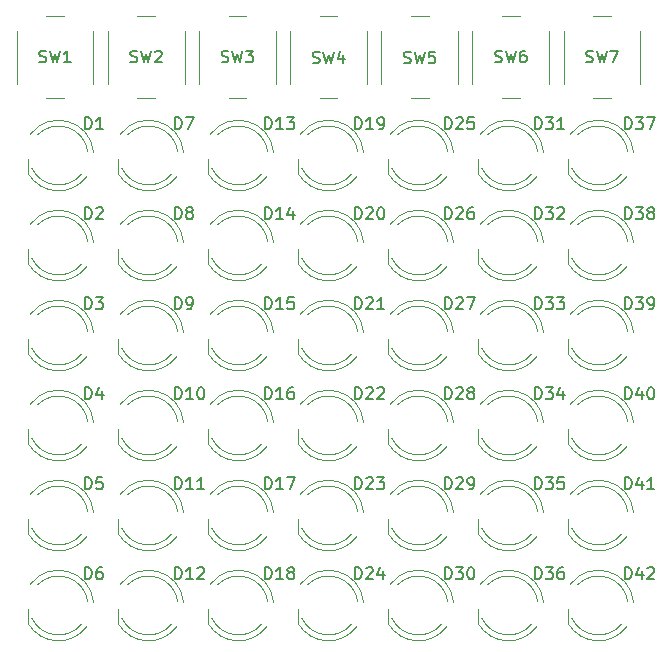
<source format=gbr>
G04 #@! TF.GenerationSoftware,KiCad,Pcbnew,(5.99.0-9618-g5ca7a2c457)*
G04 #@! TF.CreationDate,2021-03-10T22:29:09-05:00*
G04 #@! TF.ProjectId,PCB,5043422e-6b69-4636-9164-5f7063625858,rev?*
G04 #@! TF.SameCoordinates,Original*
G04 #@! TF.FileFunction,Legend,Top*
G04 #@! TF.FilePolarity,Positive*
%FSLAX46Y46*%
G04 Gerber Fmt 4.6, Leading zero omitted, Abs format (unit mm)*
G04 Created by KiCad (PCBNEW (5.99.0-9618-g5ca7a2c457)) date 2021-03-10 22:29:09*
%MOMM*%
%LPD*%
G01*
G04 APERTURE LIST*
%ADD10C,0.150000*%
%ADD11C,0.120000*%
G04 APERTURE END LIST*
D10*
X237716666Y-56844761D02*
X237859523Y-56892380D01*
X238097619Y-56892380D01*
X238192857Y-56844761D01*
X238240476Y-56797142D01*
X238288095Y-56701904D01*
X238288095Y-56606666D01*
X238240476Y-56511428D01*
X238192857Y-56463809D01*
X238097619Y-56416190D01*
X237907142Y-56368571D01*
X237811904Y-56320952D01*
X237764285Y-56273333D01*
X237716666Y-56178095D01*
X237716666Y-56082857D01*
X237764285Y-55987619D01*
X237811904Y-55940000D01*
X237907142Y-55892380D01*
X238145238Y-55892380D01*
X238288095Y-55940000D01*
X238621428Y-55892380D02*
X238859523Y-56892380D01*
X239050000Y-56178095D01*
X239240476Y-56892380D01*
X239478571Y-55892380D01*
X239764285Y-55892380D02*
X240430952Y-55892380D01*
X240002380Y-56892380D01*
X229999996Y-56844761D02*
X230142853Y-56892380D01*
X230380949Y-56892380D01*
X230476187Y-56844761D01*
X230523806Y-56797142D01*
X230571425Y-56701904D01*
X230571425Y-56606666D01*
X230523806Y-56511428D01*
X230476187Y-56463809D01*
X230380949Y-56416190D01*
X230190472Y-56368571D01*
X230095234Y-56320952D01*
X230047615Y-56273333D01*
X229999996Y-56178095D01*
X229999996Y-56082857D01*
X230047615Y-55987619D01*
X230095234Y-55940000D01*
X230190472Y-55892380D01*
X230428568Y-55892380D01*
X230571425Y-55940000D01*
X230904758Y-55892380D02*
X231142853Y-56892380D01*
X231333330Y-56178095D01*
X231523806Y-56892380D01*
X231761901Y-55892380D01*
X232571425Y-55892380D02*
X232380949Y-55892380D01*
X232285710Y-55940000D01*
X232238091Y-55987619D01*
X232142853Y-56130476D01*
X232095234Y-56320952D01*
X232095234Y-56701904D01*
X232142853Y-56797142D01*
X232190472Y-56844761D01*
X232285710Y-56892380D01*
X232476187Y-56892380D01*
X232571425Y-56844761D01*
X232619044Y-56797142D01*
X232666663Y-56701904D01*
X232666663Y-56463809D01*
X232619044Y-56368571D01*
X232571425Y-56320952D01*
X232476187Y-56273333D01*
X232285710Y-56273333D01*
X232190472Y-56320952D01*
X232142853Y-56368571D01*
X232095234Y-56463809D01*
X222283330Y-56919761D02*
X222426187Y-56967380D01*
X222664283Y-56967380D01*
X222759521Y-56919761D01*
X222807140Y-56872142D01*
X222854759Y-56776904D01*
X222854759Y-56681666D01*
X222807140Y-56586428D01*
X222759521Y-56538809D01*
X222664283Y-56491190D01*
X222473806Y-56443571D01*
X222378568Y-56395952D01*
X222330949Y-56348333D01*
X222283330Y-56253095D01*
X222283330Y-56157857D01*
X222330949Y-56062619D01*
X222378568Y-56015000D01*
X222473806Y-55967380D01*
X222711902Y-55967380D01*
X222854759Y-56015000D01*
X223188092Y-55967380D02*
X223426187Y-56967380D01*
X223616664Y-56253095D01*
X223807140Y-56967380D01*
X224045235Y-55967380D01*
X224902378Y-55967380D02*
X224426187Y-55967380D01*
X224378568Y-56443571D01*
X224426187Y-56395952D01*
X224521425Y-56348333D01*
X224759521Y-56348333D01*
X224854759Y-56395952D01*
X224902378Y-56443571D01*
X224949997Y-56538809D01*
X224949997Y-56776904D01*
X224902378Y-56872142D01*
X224854759Y-56919761D01*
X224759521Y-56967380D01*
X224521425Y-56967380D01*
X224426187Y-56919761D01*
X224378568Y-56872142D01*
X214566664Y-56919761D02*
X214709521Y-56967380D01*
X214947617Y-56967380D01*
X215042855Y-56919761D01*
X215090474Y-56872142D01*
X215138093Y-56776904D01*
X215138093Y-56681666D01*
X215090474Y-56586428D01*
X215042855Y-56538809D01*
X214947617Y-56491190D01*
X214757140Y-56443571D01*
X214661902Y-56395952D01*
X214614283Y-56348333D01*
X214566664Y-56253095D01*
X214566664Y-56157857D01*
X214614283Y-56062619D01*
X214661902Y-56015000D01*
X214757140Y-55967380D01*
X214995236Y-55967380D01*
X215138093Y-56015000D01*
X215471426Y-55967380D02*
X215709521Y-56967380D01*
X215899998Y-56253095D01*
X216090474Y-56967380D01*
X216328569Y-55967380D01*
X217138093Y-56300714D02*
X217138093Y-56967380D01*
X216899998Y-55919761D02*
X216661902Y-56634047D01*
X217280950Y-56634047D01*
X206849998Y-56844761D02*
X206992855Y-56892380D01*
X207230951Y-56892380D01*
X207326189Y-56844761D01*
X207373808Y-56797142D01*
X207421427Y-56701904D01*
X207421427Y-56606666D01*
X207373808Y-56511428D01*
X207326189Y-56463809D01*
X207230951Y-56416190D01*
X207040474Y-56368571D01*
X206945236Y-56320952D01*
X206897617Y-56273333D01*
X206849998Y-56178095D01*
X206849998Y-56082857D01*
X206897617Y-55987619D01*
X206945236Y-55940000D01*
X207040474Y-55892380D01*
X207278570Y-55892380D01*
X207421427Y-55940000D01*
X207754760Y-55892380D02*
X207992855Y-56892380D01*
X208183332Y-56178095D01*
X208373808Y-56892380D01*
X208611903Y-55892380D01*
X208897617Y-55892380D02*
X209516665Y-55892380D01*
X209183332Y-56273333D01*
X209326189Y-56273333D01*
X209421427Y-56320952D01*
X209469046Y-56368571D01*
X209516665Y-56463809D01*
X209516665Y-56701904D01*
X209469046Y-56797142D01*
X209421427Y-56844761D01*
X209326189Y-56892380D01*
X209040474Y-56892380D01*
X208945236Y-56844761D01*
X208897617Y-56797142D01*
X199133332Y-56844761D02*
X199276189Y-56892380D01*
X199514285Y-56892380D01*
X199609523Y-56844761D01*
X199657142Y-56797142D01*
X199704761Y-56701904D01*
X199704761Y-56606666D01*
X199657142Y-56511428D01*
X199609523Y-56463809D01*
X199514285Y-56416190D01*
X199323808Y-56368571D01*
X199228570Y-56320952D01*
X199180951Y-56273333D01*
X199133332Y-56178095D01*
X199133332Y-56082857D01*
X199180951Y-55987619D01*
X199228570Y-55940000D01*
X199323808Y-55892380D01*
X199561904Y-55892380D01*
X199704761Y-55940000D01*
X200038094Y-55892380D02*
X200276189Y-56892380D01*
X200466666Y-56178095D01*
X200657142Y-56892380D01*
X200895237Y-55892380D01*
X201228570Y-55987619D02*
X201276189Y-55940000D01*
X201371427Y-55892380D01*
X201609523Y-55892380D01*
X201704761Y-55940000D01*
X201752380Y-55987619D01*
X201799999Y-56082857D01*
X201799999Y-56178095D01*
X201752380Y-56320952D01*
X201180951Y-56892380D01*
X201799999Y-56892380D01*
X191416666Y-56844761D02*
X191559523Y-56892380D01*
X191797619Y-56892380D01*
X191892857Y-56844761D01*
X191940476Y-56797142D01*
X191988095Y-56701904D01*
X191988095Y-56606666D01*
X191940476Y-56511428D01*
X191892857Y-56463809D01*
X191797619Y-56416190D01*
X191607142Y-56368571D01*
X191511904Y-56320952D01*
X191464285Y-56273333D01*
X191416666Y-56178095D01*
X191416666Y-56082857D01*
X191464285Y-55987619D01*
X191511904Y-55940000D01*
X191607142Y-55892380D01*
X191845238Y-55892380D01*
X191988095Y-55940000D01*
X192321428Y-55892380D02*
X192559523Y-56892380D01*
X192750000Y-56178095D01*
X192940476Y-56892380D01*
X193178571Y-55892380D01*
X194083333Y-56892380D02*
X193511904Y-56892380D01*
X193797619Y-56892380D02*
X193797619Y-55892380D01*
X193702380Y-56035238D01*
X193607142Y-56130476D01*
X193511904Y-56178095D01*
X210520595Y-100632380D02*
X210520595Y-99632380D01*
X210758690Y-99632380D01*
X210901547Y-99680000D01*
X210996785Y-99775238D01*
X211044404Y-99870476D01*
X211092023Y-100060952D01*
X211092023Y-100203809D01*
X211044404Y-100394285D01*
X210996785Y-100489523D01*
X210901547Y-100584761D01*
X210758690Y-100632380D01*
X210520595Y-100632380D01*
X212044404Y-100632380D02*
X211472976Y-100632380D01*
X211758690Y-100632380D02*
X211758690Y-99632380D01*
X211663452Y-99775238D01*
X211568214Y-99870476D01*
X211472976Y-99918095D01*
X212615833Y-100060952D02*
X212520595Y-100013333D01*
X212472976Y-99965714D01*
X212425357Y-99870476D01*
X212425357Y-99822857D01*
X212472976Y-99727619D01*
X212520595Y-99680000D01*
X212615833Y-99632380D01*
X212806309Y-99632380D01*
X212901547Y-99680000D01*
X212949166Y-99727619D01*
X212996785Y-99822857D01*
X212996785Y-99870476D01*
X212949166Y-99965714D01*
X212901547Y-100013333D01*
X212806309Y-100060952D01*
X212615833Y-100060952D01*
X212520595Y-100108571D01*
X212472976Y-100156190D01*
X212425357Y-100251428D01*
X212425357Y-100441904D01*
X212472976Y-100537142D01*
X212520595Y-100584761D01*
X212615833Y-100632380D01*
X212806309Y-100632380D01*
X212901547Y-100584761D01*
X212949166Y-100537142D01*
X212996785Y-100441904D01*
X212996785Y-100251428D01*
X212949166Y-100156190D01*
X212901547Y-100108571D01*
X212806309Y-100060952D01*
X241000595Y-100632380D02*
X241000595Y-99632380D01*
X241238690Y-99632380D01*
X241381547Y-99680000D01*
X241476785Y-99775238D01*
X241524404Y-99870476D01*
X241572023Y-100060952D01*
X241572023Y-100203809D01*
X241524404Y-100394285D01*
X241476785Y-100489523D01*
X241381547Y-100584761D01*
X241238690Y-100632380D01*
X241000595Y-100632380D01*
X242429166Y-99965714D02*
X242429166Y-100632380D01*
X242191071Y-99584761D02*
X241952976Y-100299047D01*
X242572023Y-100299047D01*
X242905357Y-99727619D02*
X242952976Y-99680000D01*
X243048214Y-99632380D01*
X243286309Y-99632380D01*
X243381547Y-99680000D01*
X243429166Y-99727619D01*
X243476785Y-99822857D01*
X243476785Y-99918095D01*
X243429166Y-100060952D01*
X242857738Y-100632380D01*
X243476785Y-100632380D01*
X233380595Y-100632380D02*
X233380595Y-99632380D01*
X233618690Y-99632380D01*
X233761547Y-99680000D01*
X233856785Y-99775238D01*
X233904404Y-99870476D01*
X233952023Y-100060952D01*
X233952023Y-100203809D01*
X233904404Y-100394285D01*
X233856785Y-100489523D01*
X233761547Y-100584761D01*
X233618690Y-100632380D01*
X233380595Y-100632380D01*
X234285357Y-99632380D02*
X234904404Y-99632380D01*
X234571071Y-100013333D01*
X234713928Y-100013333D01*
X234809166Y-100060952D01*
X234856785Y-100108571D01*
X234904404Y-100203809D01*
X234904404Y-100441904D01*
X234856785Y-100537142D01*
X234809166Y-100584761D01*
X234713928Y-100632380D01*
X234428214Y-100632380D01*
X234332976Y-100584761D01*
X234285357Y-100537142D01*
X235761547Y-99632380D02*
X235571071Y-99632380D01*
X235475833Y-99680000D01*
X235428214Y-99727619D01*
X235332976Y-99870476D01*
X235285357Y-100060952D01*
X235285357Y-100441904D01*
X235332976Y-100537142D01*
X235380595Y-100584761D01*
X235475833Y-100632380D01*
X235666309Y-100632380D01*
X235761547Y-100584761D01*
X235809166Y-100537142D01*
X235856785Y-100441904D01*
X235856785Y-100203809D01*
X235809166Y-100108571D01*
X235761547Y-100060952D01*
X235666309Y-100013333D01*
X235475833Y-100013333D01*
X235380595Y-100060952D01*
X235332976Y-100108571D01*
X235285357Y-100203809D01*
X225760595Y-100632380D02*
X225760595Y-99632380D01*
X225998690Y-99632380D01*
X226141547Y-99680000D01*
X226236785Y-99775238D01*
X226284404Y-99870476D01*
X226332023Y-100060952D01*
X226332023Y-100203809D01*
X226284404Y-100394285D01*
X226236785Y-100489523D01*
X226141547Y-100584761D01*
X225998690Y-100632380D01*
X225760595Y-100632380D01*
X226665357Y-99632380D02*
X227284404Y-99632380D01*
X226951071Y-100013333D01*
X227093928Y-100013333D01*
X227189166Y-100060952D01*
X227236785Y-100108571D01*
X227284404Y-100203809D01*
X227284404Y-100441904D01*
X227236785Y-100537142D01*
X227189166Y-100584761D01*
X227093928Y-100632380D01*
X226808214Y-100632380D01*
X226712976Y-100584761D01*
X226665357Y-100537142D01*
X227903452Y-99632380D02*
X227998690Y-99632380D01*
X228093928Y-99680000D01*
X228141547Y-99727619D01*
X228189166Y-99822857D01*
X228236785Y-100013333D01*
X228236785Y-100251428D01*
X228189166Y-100441904D01*
X228141547Y-100537142D01*
X228093928Y-100584761D01*
X227998690Y-100632380D01*
X227903452Y-100632380D01*
X227808214Y-100584761D01*
X227760595Y-100537142D01*
X227712976Y-100441904D01*
X227665357Y-100251428D01*
X227665357Y-100013333D01*
X227712976Y-99822857D01*
X227760595Y-99727619D01*
X227808214Y-99680000D01*
X227903452Y-99632380D01*
X218140595Y-100632380D02*
X218140595Y-99632380D01*
X218378690Y-99632380D01*
X218521547Y-99680000D01*
X218616785Y-99775238D01*
X218664404Y-99870476D01*
X218712023Y-100060952D01*
X218712023Y-100203809D01*
X218664404Y-100394285D01*
X218616785Y-100489523D01*
X218521547Y-100584761D01*
X218378690Y-100632380D01*
X218140595Y-100632380D01*
X219092976Y-99727619D02*
X219140595Y-99680000D01*
X219235833Y-99632380D01*
X219473928Y-99632380D01*
X219569166Y-99680000D01*
X219616785Y-99727619D01*
X219664404Y-99822857D01*
X219664404Y-99918095D01*
X219616785Y-100060952D01*
X219045357Y-100632380D01*
X219664404Y-100632380D01*
X220521547Y-99965714D02*
X220521547Y-100632380D01*
X220283452Y-99584761D02*
X220045357Y-100299047D01*
X220664404Y-100299047D01*
X202900595Y-100632380D02*
X202900595Y-99632380D01*
X203138690Y-99632380D01*
X203281547Y-99680000D01*
X203376785Y-99775238D01*
X203424404Y-99870476D01*
X203472023Y-100060952D01*
X203472023Y-100203809D01*
X203424404Y-100394285D01*
X203376785Y-100489523D01*
X203281547Y-100584761D01*
X203138690Y-100632380D01*
X202900595Y-100632380D01*
X204424404Y-100632380D02*
X203852976Y-100632380D01*
X204138690Y-100632380D02*
X204138690Y-99632380D01*
X204043452Y-99775238D01*
X203948214Y-99870476D01*
X203852976Y-99918095D01*
X204805357Y-99727619D02*
X204852976Y-99680000D01*
X204948214Y-99632380D01*
X205186309Y-99632380D01*
X205281547Y-99680000D01*
X205329166Y-99727619D01*
X205376785Y-99822857D01*
X205376785Y-99918095D01*
X205329166Y-100060952D01*
X204757738Y-100632380D01*
X205376785Y-100632380D01*
X195280595Y-100632380D02*
X195280595Y-99632380D01*
X195518690Y-99632380D01*
X195661547Y-99680000D01*
X195756785Y-99775238D01*
X195804404Y-99870476D01*
X195852023Y-100060952D01*
X195852023Y-100203809D01*
X195804404Y-100394285D01*
X195756785Y-100489523D01*
X195661547Y-100584761D01*
X195518690Y-100632380D01*
X195280595Y-100632380D01*
X196709166Y-99632380D02*
X196518690Y-99632380D01*
X196423452Y-99680000D01*
X196375833Y-99727619D01*
X196280595Y-99870476D01*
X196232976Y-100060952D01*
X196232976Y-100441904D01*
X196280595Y-100537142D01*
X196328214Y-100584761D01*
X196423452Y-100632380D01*
X196613928Y-100632380D01*
X196709166Y-100584761D01*
X196756785Y-100537142D01*
X196804404Y-100441904D01*
X196804404Y-100203809D01*
X196756785Y-100108571D01*
X196709166Y-100060952D01*
X196613928Y-100013333D01*
X196423452Y-100013333D01*
X196328214Y-100060952D01*
X196280595Y-100108571D01*
X196232976Y-100203809D01*
X241000595Y-93012380D02*
X241000595Y-92012380D01*
X241238690Y-92012380D01*
X241381547Y-92060000D01*
X241476785Y-92155238D01*
X241524404Y-92250476D01*
X241572023Y-92440952D01*
X241572023Y-92583809D01*
X241524404Y-92774285D01*
X241476785Y-92869523D01*
X241381547Y-92964761D01*
X241238690Y-93012380D01*
X241000595Y-93012380D01*
X242429166Y-92345714D02*
X242429166Y-93012380D01*
X242191071Y-91964761D02*
X241952976Y-92679047D01*
X242572023Y-92679047D01*
X243476785Y-93012380D02*
X242905357Y-93012380D01*
X243191071Y-93012380D02*
X243191071Y-92012380D01*
X243095833Y-92155238D01*
X243000595Y-92250476D01*
X242905357Y-92298095D01*
X233380595Y-93012380D02*
X233380595Y-92012380D01*
X233618690Y-92012380D01*
X233761547Y-92060000D01*
X233856785Y-92155238D01*
X233904404Y-92250476D01*
X233952023Y-92440952D01*
X233952023Y-92583809D01*
X233904404Y-92774285D01*
X233856785Y-92869523D01*
X233761547Y-92964761D01*
X233618690Y-93012380D01*
X233380595Y-93012380D01*
X234285357Y-92012380D02*
X234904404Y-92012380D01*
X234571071Y-92393333D01*
X234713928Y-92393333D01*
X234809166Y-92440952D01*
X234856785Y-92488571D01*
X234904404Y-92583809D01*
X234904404Y-92821904D01*
X234856785Y-92917142D01*
X234809166Y-92964761D01*
X234713928Y-93012380D01*
X234428214Y-93012380D01*
X234332976Y-92964761D01*
X234285357Y-92917142D01*
X235809166Y-92012380D02*
X235332976Y-92012380D01*
X235285357Y-92488571D01*
X235332976Y-92440952D01*
X235428214Y-92393333D01*
X235666309Y-92393333D01*
X235761547Y-92440952D01*
X235809166Y-92488571D01*
X235856785Y-92583809D01*
X235856785Y-92821904D01*
X235809166Y-92917142D01*
X235761547Y-92964761D01*
X235666309Y-93012380D01*
X235428214Y-93012380D01*
X235332976Y-92964761D01*
X235285357Y-92917142D01*
X225760595Y-93012380D02*
X225760595Y-92012380D01*
X225998690Y-92012380D01*
X226141547Y-92060000D01*
X226236785Y-92155238D01*
X226284404Y-92250476D01*
X226332023Y-92440952D01*
X226332023Y-92583809D01*
X226284404Y-92774285D01*
X226236785Y-92869523D01*
X226141547Y-92964761D01*
X225998690Y-93012380D01*
X225760595Y-93012380D01*
X226712976Y-92107619D02*
X226760595Y-92060000D01*
X226855833Y-92012380D01*
X227093928Y-92012380D01*
X227189166Y-92060000D01*
X227236785Y-92107619D01*
X227284404Y-92202857D01*
X227284404Y-92298095D01*
X227236785Y-92440952D01*
X226665357Y-93012380D01*
X227284404Y-93012380D01*
X227760595Y-93012380D02*
X227951071Y-93012380D01*
X228046309Y-92964761D01*
X228093928Y-92917142D01*
X228189166Y-92774285D01*
X228236785Y-92583809D01*
X228236785Y-92202857D01*
X228189166Y-92107619D01*
X228141547Y-92060000D01*
X228046309Y-92012380D01*
X227855833Y-92012380D01*
X227760595Y-92060000D01*
X227712976Y-92107619D01*
X227665357Y-92202857D01*
X227665357Y-92440952D01*
X227712976Y-92536190D01*
X227760595Y-92583809D01*
X227855833Y-92631428D01*
X228046309Y-92631428D01*
X228141547Y-92583809D01*
X228189166Y-92536190D01*
X228236785Y-92440952D01*
X218140595Y-93012380D02*
X218140595Y-92012380D01*
X218378690Y-92012380D01*
X218521547Y-92060000D01*
X218616785Y-92155238D01*
X218664404Y-92250476D01*
X218712023Y-92440952D01*
X218712023Y-92583809D01*
X218664404Y-92774285D01*
X218616785Y-92869523D01*
X218521547Y-92964761D01*
X218378690Y-93012380D01*
X218140595Y-93012380D01*
X219092976Y-92107619D02*
X219140595Y-92060000D01*
X219235833Y-92012380D01*
X219473928Y-92012380D01*
X219569166Y-92060000D01*
X219616785Y-92107619D01*
X219664404Y-92202857D01*
X219664404Y-92298095D01*
X219616785Y-92440952D01*
X219045357Y-93012380D01*
X219664404Y-93012380D01*
X219997738Y-92012380D02*
X220616785Y-92012380D01*
X220283452Y-92393333D01*
X220426309Y-92393333D01*
X220521547Y-92440952D01*
X220569166Y-92488571D01*
X220616785Y-92583809D01*
X220616785Y-92821904D01*
X220569166Y-92917142D01*
X220521547Y-92964761D01*
X220426309Y-93012380D01*
X220140595Y-93012380D01*
X220045357Y-92964761D01*
X219997738Y-92917142D01*
X210520595Y-93012380D02*
X210520595Y-92012380D01*
X210758690Y-92012380D01*
X210901547Y-92060000D01*
X210996785Y-92155238D01*
X211044404Y-92250476D01*
X211092023Y-92440952D01*
X211092023Y-92583809D01*
X211044404Y-92774285D01*
X210996785Y-92869523D01*
X210901547Y-92964761D01*
X210758690Y-93012380D01*
X210520595Y-93012380D01*
X212044404Y-93012380D02*
X211472976Y-93012380D01*
X211758690Y-93012380D02*
X211758690Y-92012380D01*
X211663452Y-92155238D01*
X211568214Y-92250476D01*
X211472976Y-92298095D01*
X212377738Y-92012380D02*
X213044404Y-92012380D01*
X212615833Y-93012380D01*
X202900595Y-93012380D02*
X202900595Y-92012380D01*
X203138690Y-92012380D01*
X203281547Y-92060000D01*
X203376785Y-92155238D01*
X203424404Y-92250476D01*
X203472023Y-92440952D01*
X203472023Y-92583809D01*
X203424404Y-92774285D01*
X203376785Y-92869523D01*
X203281547Y-92964761D01*
X203138690Y-93012380D01*
X202900595Y-93012380D01*
X204424404Y-93012380D02*
X203852976Y-93012380D01*
X204138690Y-93012380D02*
X204138690Y-92012380D01*
X204043452Y-92155238D01*
X203948214Y-92250476D01*
X203852976Y-92298095D01*
X205376785Y-93012380D02*
X204805357Y-93012380D01*
X205091071Y-93012380D02*
X205091071Y-92012380D01*
X204995833Y-92155238D01*
X204900595Y-92250476D01*
X204805357Y-92298095D01*
X195280595Y-93012380D02*
X195280595Y-92012380D01*
X195518690Y-92012380D01*
X195661547Y-92060000D01*
X195756785Y-92155238D01*
X195804404Y-92250476D01*
X195852023Y-92440952D01*
X195852023Y-92583809D01*
X195804404Y-92774285D01*
X195756785Y-92869523D01*
X195661547Y-92964761D01*
X195518690Y-93012380D01*
X195280595Y-93012380D01*
X196756785Y-92012380D02*
X196280595Y-92012380D01*
X196232976Y-92488571D01*
X196280595Y-92440952D01*
X196375833Y-92393333D01*
X196613928Y-92393333D01*
X196709166Y-92440952D01*
X196756785Y-92488571D01*
X196804404Y-92583809D01*
X196804404Y-92821904D01*
X196756785Y-92917142D01*
X196709166Y-92964761D01*
X196613928Y-93012380D01*
X196375833Y-93012380D01*
X196280595Y-92964761D01*
X196232976Y-92917142D01*
X241000595Y-85392380D02*
X241000595Y-84392380D01*
X241238690Y-84392380D01*
X241381547Y-84440000D01*
X241476785Y-84535238D01*
X241524404Y-84630476D01*
X241572023Y-84820952D01*
X241572023Y-84963809D01*
X241524404Y-85154285D01*
X241476785Y-85249523D01*
X241381547Y-85344761D01*
X241238690Y-85392380D01*
X241000595Y-85392380D01*
X242429166Y-84725714D02*
X242429166Y-85392380D01*
X242191071Y-84344761D02*
X241952976Y-85059047D01*
X242572023Y-85059047D01*
X243143452Y-84392380D02*
X243238690Y-84392380D01*
X243333928Y-84440000D01*
X243381547Y-84487619D01*
X243429166Y-84582857D01*
X243476785Y-84773333D01*
X243476785Y-85011428D01*
X243429166Y-85201904D01*
X243381547Y-85297142D01*
X243333928Y-85344761D01*
X243238690Y-85392380D01*
X243143452Y-85392380D01*
X243048214Y-85344761D01*
X243000595Y-85297142D01*
X242952976Y-85201904D01*
X242905357Y-85011428D01*
X242905357Y-84773333D01*
X242952976Y-84582857D01*
X243000595Y-84487619D01*
X243048214Y-84440000D01*
X243143452Y-84392380D01*
X233380595Y-85392380D02*
X233380595Y-84392380D01*
X233618690Y-84392380D01*
X233761547Y-84440000D01*
X233856785Y-84535238D01*
X233904404Y-84630476D01*
X233952023Y-84820952D01*
X233952023Y-84963809D01*
X233904404Y-85154285D01*
X233856785Y-85249523D01*
X233761547Y-85344761D01*
X233618690Y-85392380D01*
X233380595Y-85392380D01*
X234285357Y-84392380D02*
X234904404Y-84392380D01*
X234571071Y-84773333D01*
X234713928Y-84773333D01*
X234809166Y-84820952D01*
X234856785Y-84868571D01*
X234904404Y-84963809D01*
X234904404Y-85201904D01*
X234856785Y-85297142D01*
X234809166Y-85344761D01*
X234713928Y-85392380D01*
X234428214Y-85392380D01*
X234332976Y-85344761D01*
X234285357Y-85297142D01*
X235761547Y-84725714D02*
X235761547Y-85392380D01*
X235523452Y-84344761D02*
X235285357Y-85059047D01*
X235904404Y-85059047D01*
X225760595Y-85392380D02*
X225760595Y-84392380D01*
X225998690Y-84392380D01*
X226141547Y-84440000D01*
X226236785Y-84535238D01*
X226284404Y-84630476D01*
X226332023Y-84820952D01*
X226332023Y-84963809D01*
X226284404Y-85154285D01*
X226236785Y-85249523D01*
X226141547Y-85344761D01*
X225998690Y-85392380D01*
X225760595Y-85392380D01*
X226712976Y-84487619D02*
X226760595Y-84440000D01*
X226855833Y-84392380D01*
X227093928Y-84392380D01*
X227189166Y-84440000D01*
X227236785Y-84487619D01*
X227284404Y-84582857D01*
X227284404Y-84678095D01*
X227236785Y-84820952D01*
X226665357Y-85392380D01*
X227284404Y-85392380D01*
X227855833Y-84820952D02*
X227760595Y-84773333D01*
X227712976Y-84725714D01*
X227665357Y-84630476D01*
X227665357Y-84582857D01*
X227712976Y-84487619D01*
X227760595Y-84440000D01*
X227855833Y-84392380D01*
X228046309Y-84392380D01*
X228141547Y-84440000D01*
X228189166Y-84487619D01*
X228236785Y-84582857D01*
X228236785Y-84630476D01*
X228189166Y-84725714D01*
X228141547Y-84773333D01*
X228046309Y-84820952D01*
X227855833Y-84820952D01*
X227760595Y-84868571D01*
X227712976Y-84916190D01*
X227665357Y-85011428D01*
X227665357Y-85201904D01*
X227712976Y-85297142D01*
X227760595Y-85344761D01*
X227855833Y-85392380D01*
X228046309Y-85392380D01*
X228141547Y-85344761D01*
X228189166Y-85297142D01*
X228236785Y-85201904D01*
X228236785Y-85011428D01*
X228189166Y-84916190D01*
X228141547Y-84868571D01*
X228046309Y-84820952D01*
X218140595Y-85392380D02*
X218140595Y-84392380D01*
X218378690Y-84392380D01*
X218521547Y-84440000D01*
X218616785Y-84535238D01*
X218664404Y-84630476D01*
X218712023Y-84820952D01*
X218712023Y-84963809D01*
X218664404Y-85154285D01*
X218616785Y-85249523D01*
X218521547Y-85344761D01*
X218378690Y-85392380D01*
X218140595Y-85392380D01*
X219092976Y-84487619D02*
X219140595Y-84440000D01*
X219235833Y-84392380D01*
X219473928Y-84392380D01*
X219569166Y-84440000D01*
X219616785Y-84487619D01*
X219664404Y-84582857D01*
X219664404Y-84678095D01*
X219616785Y-84820952D01*
X219045357Y-85392380D01*
X219664404Y-85392380D01*
X220045357Y-84487619D02*
X220092976Y-84440000D01*
X220188214Y-84392380D01*
X220426309Y-84392380D01*
X220521547Y-84440000D01*
X220569166Y-84487619D01*
X220616785Y-84582857D01*
X220616785Y-84678095D01*
X220569166Y-84820952D01*
X219997738Y-85392380D01*
X220616785Y-85392380D01*
X210520595Y-85392380D02*
X210520595Y-84392380D01*
X210758690Y-84392380D01*
X210901547Y-84440000D01*
X210996785Y-84535238D01*
X211044404Y-84630476D01*
X211092023Y-84820952D01*
X211092023Y-84963809D01*
X211044404Y-85154285D01*
X210996785Y-85249523D01*
X210901547Y-85344761D01*
X210758690Y-85392380D01*
X210520595Y-85392380D01*
X212044404Y-85392380D02*
X211472976Y-85392380D01*
X211758690Y-85392380D02*
X211758690Y-84392380D01*
X211663452Y-84535238D01*
X211568214Y-84630476D01*
X211472976Y-84678095D01*
X212901547Y-84392380D02*
X212711071Y-84392380D01*
X212615833Y-84440000D01*
X212568214Y-84487619D01*
X212472976Y-84630476D01*
X212425357Y-84820952D01*
X212425357Y-85201904D01*
X212472976Y-85297142D01*
X212520595Y-85344761D01*
X212615833Y-85392380D01*
X212806309Y-85392380D01*
X212901547Y-85344761D01*
X212949166Y-85297142D01*
X212996785Y-85201904D01*
X212996785Y-84963809D01*
X212949166Y-84868571D01*
X212901547Y-84820952D01*
X212806309Y-84773333D01*
X212615833Y-84773333D01*
X212520595Y-84820952D01*
X212472976Y-84868571D01*
X212425357Y-84963809D01*
X202900595Y-85392380D02*
X202900595Y-84392380D01*
X203138690Y-84392380D01*
X203281547Y-84440000D01*
X203376785Y-84535238D01*
X203424404Y-84630476D01*
X203472023Y-84820952D01*
X203472023Y-84963809D01*
X203424404Y-85154285D01*
X203376785Y-85249523D01*
X203281547Y-85344761D01*
X203138690Y-85392380D01*
X202900595Y-85392380D01*
X204424404Y-85392380D02*
X203852976Y-85392380D01*
X204138690Y-85392380D02*
X204138690Y-84392380D01*
X204043452Y-84535238D01*
X203948214Y-84630476D01*
X203852976Y-84678095D01*
X205043452Y-84392380D02*
X205138690Y-84392380D01*
X205233928Y-84440000D01*
X205281547Y-84487619D01*
X205329166Y-84582857D01*
X205376785Y-84773333D01*
X205376785Y-85011428D01*
X205329166Y-85201904D01*
X205281547Y-85297142D01*
X205233928Y-85344761D01*
X205138690Y-85392380D01*
X205043452Y-85392380D01*
X204948214Y-85344761D01*
X204900595Y-85297142D01*
X204852976Y-85201904D01*
X204805357Y-85011428D01*
X204805357Y-84773333D01*
X204852976Y-84582857D01*
X204900595Y-84487619D01*
X204948214Y-84440000D01*
X205043452Y-84392380D01*
X195280595Y-85392380D02*
X195280595Y-84392380D01*
X195518690Y-84392380D01*
X195661547Y-84440000D01*
X195756785Y-84535238D01*
X195804404Y-84630476D01*
X195852023Y-84820952D01*
X195852023Y-84963809D01*
X195804404Y-85154285D01*
X195756785Y-85249523D01*
X195661547Y-85344761D01*
X195518690Y-85392380D01*
X195280595Y-85392380D01*
X196709166Y-84725714D02*
X196709166Y-85392380D01*
X196471071Y-84344761D02*
X196232976Y-85059047D01*
X196852023Y-85059047D01*
X241000595Y-77772380D02*
X241000595Y-76772380D01*
X241238690Y-76772380D01*
X241381547Y-76820000D01*
X241476785Y-76915238D01*
X241524404Y-77010476D01*
X241572023Y-77200952D01*
X241572023Y-77343809D01*
X241524404Y-77534285D01*
X241476785Y-77629523D01*
X241381547Y-77724761D01*
X241238690Y-77772380D01*
X241000595Y-77772380D01*
X241905357Y-76772380D02*
X242524404Y-76772380D01*
X242191071Y-77153333D01*
X242333928Y-77153333D01*
X242429166Y-77200952D01*
X242476785Y-77248571D01*
X242524404Y-77343809D01*
X242524404Y-77581904D01*
X242476785Y-77677142D01*
X242429166Y-77724761D01*
X242333928Y-77772380D01*
X242048214Y-77772380D01*
X241952976Y-77724761D01*
X241905357Y-77677142D01*
X243000595Y-77772380D02*
X243191071Y-77772380D01*
X243286309Y-77724761D01*
X243333928Y-77677142D01*
X243429166Y-77534285D01*
X243476785Y-77343809D01*
X243476785Y-76962857D01*
X243429166Y-76867619D01*
X243381547Y-76820000D01*
X243286309Y-76772380D01*
X243095833Y-76772380D01*
X243000595Y-76820000D01*
X242952976Y-76867619D01*
X242905357Y-76962857D01*
X242905357Y-77200952D01*
X242952976Y-77296190D01*
X243000595Y-77343809D01*
X243095833Y-77391428D01*
X243286309Y-77391428D01*
X243381547Y-77343809D01*
X243429166Y-77296190D01*
X243476785Y-77200952D01*
X233380595Y-77772380D02*
X233380595Y-76772380D01*
X233618690Y-76772380D01*
X233761547Y-76820000D01*
X233856785Y-76915238D01*
X233904404Y-77010476D01*
X233952023Y-77200952D01*
X233952023Y-77343809D01*
X233904404Y-77534285D01*
X233856785Y-77629523D01*
X233761547Y-77724761D01*
X233618690Y-77772380D01*
X233380595Y-77772380D01*
X234285357Y-76772380D02*
X234904404Y-76772380D01*
X234571071Y-77153333D01*
X234713928Y-77153333D01*
X234809166Y-77200952D01*
X234856785Y-77248571D01*
X234904404Y-77343809D01*
X234904404Y-77581904D01*
X234856785Y-77677142D01*
X234809166Y-77724761D01*
X234713928Y-77772380D01*
X234428214Y-77772380D01*
X234332976Y-77724761D01*
X234285357Y-77677142D01*
X235237738Y-76772380D02*
X235856785Y-76772380D01*
X235523452Y-77153333D01*
X235666309Y-77153333D01*
X235761547Y-77200952D01*
X235809166Y-77248571D01*
X235856785Y-77343809D01*
X235856785Y-77581904D01*
X235809166Y-77677142D01*
X235761547Y-77724761D01*
X235666309Y-77772380D01*
X235380595Y-77772380D01*
X235285357Y-77724761D01*
X235237738Y-77677142D01*
X225760595Y-77772380D02*
X225760595Y-76772380D01*
X225998690Y-76772380D01*
X226141547Y-76820000D01*
X226236785Y-76915238D01*
X226284404Y-77010476D01*
X226332023Y-77200952D01*
X226332023Y-77343809D01*
X226284404Y-77534285D01*
X226236785Y-77629523D01*
X226141547Y-77724761D01*
X225998690Y-77772380D01*
X225760595Y-77772380D01*
X226712976Y-76867619D02*
X226760595Y-76820000D01*
X226855833Y-76772380D01*
X227093928Y-76772380D01*
X227189166Y-76820000D01*
X227236785Y-76867619D01*
X227284404Y-76962857D01*
X227284404Y-77058095D01*
X227236785Y-77200952D01*
X226665357Y-77772380D01*
X227284404Y-77772380D01*
X227617738Y-76772380D02*
X228284404Y-76772380D01*
X227855833Y-77772380D01*
X218140595Y-77772380D02*
X218140595Y-76772380D01*
X218378690Y-76772380D01*
X218521547Y-76820000D01*
X218616785Y-76915238D01*
X218664404Y-77010476D01*
X218712023Y-77200952D01*
X218712023Y-77343809D01*
X218664404Y-77534285D01*
X218616785Y-77629523D01*
X218521547Y-77724761D01*
X218378690Y-77772380D01*
X218140595Y-77772380D01*
X219092976Y-76867619D02*
X219140595Y-76820000D01*
X219235833Y-76772380D01*
X219473928Y-76772380D01*
X219569166Y-76820000D01*
X219616785Y-76867619D01*
X219664404Y-76962857D01*
X219664404Y-77058095D01*
X219616785Y-77200952D01*
X219045357Y-77772380D01*
X219664404Y-77772380D01*
X220616785Y-77772380D02*
X220045357Y-77772380D01*
X220331071Y-77772380D02*
X220331071Y-76772380D01*
X220235833Y-76915238D01*
X220140595Y-77010476D01*
X220045357Y-77058095D01*
X210520595Y-77772380D02*
X210520595Y-76772380D01*
X210758690Y-76772380D01*
X210901547Y-76820000D01*
X210996785Y-76915238D01*
X211044404Y-77010476D01*
X211092023Y-77200952D01*
X211092023Y-77343809D01*
X211044404Y-77534285D01*
X210996785Y-77629523D01*
X210901547Y-77724761D01*
X210758690Y-77772380D01*
X210520595Y-77772380D01*
X212044404Y-77772380D02*
X211472976Y-77772380D01*
X211758690Y-77772380D02*
X211758690Y-76772380D01*
X211663452Y-76915238D01*
X211568214Y-77010476D01*
X211472976Y-77058095D01*
X212949166Y-76772380D02*
X212472976Y-76772380D01*
X212425357Y-77248571D01*
X212472976Y-77200952D01*
X212568214Y-77153333D01*
X212806309Y-77153333D01*
X212901547Y-77200952D01*
X212949166Y-77248571D01*
X212996785Y-77343809D01*
X212996785Y-77581904D01*
X212949166Y-77677142D01*
X212901547Y-77724761D01*
X212806309Y-77772380D01*
X212568214Y-77772380D01*
X212472976Y-77724761D01*
X212425357Y-77677142D01*
X202900595Y-77772380D02*
X202900595Y-76772380D01*
X203138690Y-76772380D01*
X203281547Y-76820000D01*
X203376785Y-76915238D01*
X203424404Y-77010476D01*
X203472023Y-77200952D01*
X203472023Y-77343809D01*
X203424404Y-77534285D01*
X203376785Y-77629523D01*
X203281547Y-77724761D01*
X203138690Y-77772380D01*
X202900595Y-77772380D01*
X203948214Y-77772380D02*
X204138690Y-77772380D01*
X204233928Y-77724761D01*
X204281547Y-77677142D01*
X204376785Y-77534285D01*
X204424404Y-77343809D01*
X204424404Y-76962857D01*
X204376785Y-76867619D01*
X204329166Y-76820000D01*
X204233928Y-76772380D01*
X204043452Y-76772380D01*
X203948214Y-76820000D01*
X203900595Y-76867619D01*
X203852976Y-76962857D01*
X203852976Y-77200952D01*
X203900595Y-77296190D01*
X203948214Y-77343809D01*
X204043452Y-77391428D01*
X204233928Y-77391428D01*
X204329166Y-77343809D01*
X204376785Y-77296190D01*
X204424404Y-77200952D01*
X195280595Y-77772380D02*
X195280595Y-76772380D01*
X195518690Y-76772380D01*
X195661547Y-76820000D01*
X195756785Y-76915238D01*
X195804404Y-77010476D01*
X195852023Y-77200952D01*
X195852023Y-77343809D01*
X195804404Y-77534285D01*
X195756785Y-77629523D01*
X195661547Y-77724761D01*
X195518690Y-77772380D01*
X195280595Y-77772380D01*
X196185357Y-76772380D02*
X196804404Y-76772380D01*
X196471071Y-77153333D01*
X196613928Y-77153333D01*
X196709166Y-77200952D01*
X196756785Y-77248571D01*
X196804404Y-77343809D01*
X196804404Y-77581904D01*
X196756785Y-77677142D01*
X196709166Y-77724761D01*
X196613928Y-77772380D01*
X196328214Y-77772380D01*
X196232976Y-77724761D01*
X196185357Y-77677142D01*
X241000595Y-70152380D02*
X241000595Y-69152380D01*
X241238690Y-69152380D01*
X241381547Y-69200000D01*
X241476785Y-69295238D01*
X241524404Y-69390476D01*
X241572023Y-69580952D01*
X241572023Y-69723809D01*
X241524404Y-69914285D01*
X241476785Y-70009523D01*
X241381547Y-70104761D01*
X241238690Y-70152380D01*
X241000595Y-70152380D01*
X241905357Y-69152380D02*
X242524404Y-69152380D01*
X242191071Y-69533333D01*
X242333928Y-69533333D01*
X242429166Y-69580952D01*
X242476785Y-69628571D01*
X242524404Y-69723809D01*
X242524404Y-69961904D01*
X242476785Y-70057142D01*
X242429166Y-70104761D01*
X242333928Y-70152380D01*
X242048214Y-70152380D01*
X241952976Y-70104761D01*
X241905357Y-70057142D01*
X243095833Y-69580952D02*
X243000595Y-69533333D01*
X242952976Y-69485714D01*
X242905357Y-69390476D01*
X242905357Y-69342857D01*
X242952976Y-69247619D01*
X243000595Y-69200000D01*
X243095833Y-69152380D01*
X243286309Y-69152380D01*
X243381547Y-69200000D01*
X243429166Y-69247619D01*
X243476785Y-69342857D01*
X243476785Y-69390476D01*
X243429166Y-69485714D01*
X243381547Y-69533333D01*
X243286309Y-69580952D01*
X243095833Y-69580952D01*
X243000595Y-69628571D01*
X242952976Y-69676190D01*
X242905357Y-69771428D01*
X242905357Y-69961904D01*
X242952976Y-70057142D01*
X243000595Y-70104761D01*
X243095833Y-70152380D01*
X243286309Y-70152380D01*
X243381547Y-70104761D01*
X243429166Y-70057142D01*
X243476785Y-69961904D01*
X243476785Y-69771428D01*
X243429166Y-69676190D01*
X243381547Y-69628571D01*
X243286309Y-69580952D01*
X233380595Y-70152380D02*
X233380595Y-69152380D01*
X233618690Y-69152380D01*
X233761547Y-69200000D01*
X233856785Y-69295238D01*
X233904404Y-69390476D01*
X233952023Y-69580952D01*
X233952023Y-69723809D01*
X233904404Y-69914285D01*
X233856785Y-70009523D01*
X233761547Y-70104761D01*
X233618690Y-70152380D01*
X233380595Y-70152380D01*
X234285357Y-69152380D02*
X234904404Y-69152380D01*
X234571071Y-69533333D01*
X234713928Y-69533333D01*
X234809166Y-69580952D01*
X234856785Y-69628571D01*
X234904404Y-69723809D01*
X234904404Y-69961904D01*
X234856785Y-70057142D01*
X234809166Y-70104761D01*
X234713928Y-70152380D01*
X234428214Y-70152380D01*
X234332976Y-70104761D01*
X234285357Y-70057142D01*
X235285357Y-69247619D02*
X235332976Y-69200000D01*
X235428214Y-69152380D01*
X235666309Y-69152380D01*
X235761547Y-69200000D01*
X235809166Y-69247619D01*
X235856785Y-69342857D01*
X235856785Y-69438095D01*
X235809166Y-69580952D01*
X235237738Y-70152380D01*
X235856785Y-70152380D01*
X225760595Y-70152380D02*
X225760595Y-69152380D01*
X225998690Y-69152380D01*
X226141547Y-69200000D01*
X226236785Y-69295238D01*
X226284404Y-69390476D01*
X226332023Y-69580952D01*
X226332023Y-69723809D01*
X226284404Y-69914285D01*
X226236785Y-70009523D01*
X226141547Y-70104761D01*
X225998690Y-70152380D01*
X225760595Y-70152380D01*
X226712976Y-69247619D02*
X226760595Y-69200000D01*
X226855833Y-69152380D01*
X227093928Y-69152380D01*
X227189166Y-69200000D01*
X227236785Y-69247619D01*
X227284404Y-69342857D01*
X227284404Y-69438095D01*
X227236785Y-69580952D01*
X226665357Y-70152380D01*
X227284404Y-70152380D01*
X228141547Y-69152380D02*
X227951071Y-69152380D01*
X227855833Y-69200000D01*
X227808214Y-69247619D01*
X227712976Y-69390476D01*
X227665357Y-69580952D01*
X227665357Y-69961904D01*
X227712976Y-70057142D01*
X227760595Y-70104761D01*
X227855833Y-70152380D01*
X228046309Y-70152380D01*
X228141547Y-70104761D01*
X228189166Y-70057142D01*
X228236785Y-69961904D01*
X228236785Y-69723809D01*
X228189166Y-69628571D01*
X228141547Y-69580952D01*
X228046309Y-69533333D01*
X227855833Y-69533333D01*
X227760595Y-69580952D01*
X227712976Y-69628571D01*
X227665357Y-69723809D01*
X218140595Y-70152380D02*
X218140595Y-69152380D01*
X218378690Y-69152380D01*
X218521547Y-69200000D01*
X218616785Y-69295238D01*
X218664404Y-69390476D01*
X218712023Y-69580952D01*
X218712023Y-69723809D01*
X218664404Y-69914285D01*
X218616785Y-70009523D01*
X218521547Y-70104761D01*
X218378690Y-70152380D01*
X218140595Y-70152380D01*
X219092976Y-69247619D02*
X219140595Y-69200000D01*
X219235833Y-69152380D01*
X219473928Y-69152380D01*
X219569166Y-69200000D01*
X219616785Y-69247619D01*
X219664404Y-69342857D01*
X219664404Y-69438095D01*
X219616785Y-69580952D01*
X219045357Y-70152380D01*
X219664404Y-70152380D01*
X220283452Y-69152380D02*
X220378690Y-69152380D01*
X220473928Y-69200000D01*
X220521547Y-69247619D01*
X220569166Y-69342857D01*
X220616785Y-69533333D01*
X220616785Y-69771428D01*
X220569166Y-69961904D01*
X220521547Y-70057142D01*
X220473928Y-70104761D01*
X220378690Y-70152380D01*
X220283452Y-70152380D01*
X220188214Y-70104761D01*
X220140595Y-70057142D01*
X220092976Y-69961904D01*
X220045357Y-69771428D01*
X220045357Y-69533333D01*
X220092976Y-69342857D01*
X220140595Y-69247619D01*
X220188214Y-69200000D01*
X220283452Y-69152380D01*
X210520595Y-70152380D02*
X210520595Y-69152380D01*
X210758690Y-69152380D01*
X210901547Y-69200000D01*
X210996785Y-69295238D01*
X211044404Y-69390476D01*
X211092023Y-69580952D01*
X211092023Y-69723809D01*
X211044404Y-69914285D01*
X210996785Y-70009523D01*
X210901547Y-70104761D01*
X210758690Y-70152380D01*
X210520595Y-70152380D01*
X212044404Y-70152380D02*
X211472976Y-70152380D01*
X211758690Y-70152380D02*
X211758690Y-69152380D01*
X211663452Y-69295238D01*
X211568214Y-69390476D01*
X211472976Y-69438095D01*
X212901547Y-69485714D02*
X212901547Y-70152380D01*
X212663452Y-69104761D02*
X212425357Y-69819047D01*
X213044404Y-69819047D01*
X202900595Y-70152380D02*
X202900595Y-69152380D01*
X203138690Y-69152380D01*
X203281547Y-69200000D01*
X203376785Y-69295238D01*
X203424404Y-69390476D01*
X203472023Y-69580952D01*
X203472023Y-69723809D01*
X203424404Y-69914285D01*
X203376785Y-70009523D01*
X203281547Y-70104761D01*
X203138690Y-70152380D01*
X202900595Y-70152380D01*
X204043452Y-69580952D02*
X203948214Y-69533333D01*
X203900595Y-69485714D01*
X203852976Y-69390476D01*
X203852976Y-69342857D01*
X203900595Y-69247619D01*
X203948214Y-69200000D01*
X204043452Y-69152380D01*
X204233928Y-69152380D01*
X204329166Y-69200000D01*
X204376785Y-69247619D01*
X204424404Y-69342857D01*
X204424404Y-69390476D01*
X204376785Y-69485714D01*
X204329166Y-69533333D01*
X204233928Y-69580952D01*
X204043452Y-69580952D01*
X203948214Y-69628571D01*
X203900595Y-69676190D01*
X203852976Y-69771428D01*
X203852976Y-69961904D01*
X203900595Y-70057142D01*
X203948214Y-70104761D01*
X204043452Y-70152380D01*
X204233928Y-70152380D01*
X204329166Y-70104761D01*
X204376785Y-70057142D01*
X204424404Y-69961904D01*
X204424404Y-69771428D01*
X204376785Y-69676190D01*
X204329166Y-69628571D01*
X204233928Y-69580952D01*
X195280595Y-70152380D02*
X195280595Y-69152380D01*
X195518690Y-69152380D01*
X195661547Y-69200000D01*
X195756785Y-69295238D01*
X195804404Y-69390476D01*
X195852023Y-69580952D01*
X195852023Y-69723809D01*
X195804404Y-69914285D01*
X195756785Y-70009523D01*
X195661547Y-70104761D01*
X195518690Y-70152380D01*
X195280595Y-70152380D01*
X196232976Y-69247619D02*
X196280595Y-69200000D01*
X196375833Y-69152380D01*
X196613928Y-69152380D01*
X196709166Y-69200000D01*
X196756785Y-69247619D01*
X196804404Y-69342857D01*
X196804404Y-69438095D01*
X196756785Y-69580952D01*
X196185357Y-70152380D01*
X196804404Y-70152380D01*
X241000595Y-62532380D02*
X241000595Y-61532380D01*
X241238690Y-61532380D01*
X241381547Y-61580000D01*
X241476785Y-61675238D01*
X241524404Y-61770476D01*
X241572023Y-61960952D01*
X241572023Y-62103809D01*
X241524404Y-62294285D01*
X241476785Y-62389523D01*
X241381547Y-62484761D01*
X241238690Y-62532380D01*
X241000595Y-62532380D01*
X241905357Y-61532380D02*
X242524404Y-61532380D01*
X242191071Y-61913333D01*
X242333928Y-61913333D01*
X242429166Y-61960952D01*
X242476785Y-62008571D01*
X242524404Y-62103809D01*
X242524404Y-62341904D01*
X242476785Y-62437142D01*
X242429166Y-62484761D01*
X242333928Y-62532380D01*
X242048214Y-62532380D01*
X241952976Y-62484761D01*
X241905357Y-62437142D01*
X242857738Y-61532380D02*
X243524404Y-61532380D01*
X243095833Y-62532380D01*
X233380595Y-62532380D02*
X233380595Y-61532380D01*
X233618690Y-61532380D01*
X233761547Y-61580000D01*
X233856785Y-61675238D01*
X233904404Y-61770476D01*
X233952023Y-61960952D01*
X233952023Y-62103809D01*
X233904404Y-62294285D01*
X233856785Y-62389523D01*
X233761547Y-62484761D01*
X233618690Y-62532380D01*
X233380595Y-62532380D01*
X234285357Y-61532380D02*
X234904404Y-61532380D01*
X234571071Y-61913333D01*
X234713928Y-61913333D01*
X234809166Y-61960952D01*
X234856785Y-62008571D01*
X234904404Y-62103809D01*
X234904404Y-62341904D01*
X234856785Y-62437142D01*
X234809166Y-62484761D01*
X234713928Y-62532380D01*
X234428214Y-62532380D01*
X234332976Y-62484761D01*
X234285357Y-62437142D01*
X235856785Y-62532380D02*
X235285357Y-62532380D01*
X235571071Y-62532380D02*
X235571071Y-61532380D01*
X235475833Y-61675238D01*
X235380595Y-61770476D01*
X235285357Y-61818095D01*
X225760595Y-62532380D02*
X225760595Y-61532380D01*
X225998690Y-61532380D01*
X226141547Y-61580000D01*
X226236785Y-61675238D01*
X226284404Y-61770476D01*
X226332023Y-61960952D01*
X226332023Y-62103809D01*
X226284404Y-62294285D01*
X226236785Y-62389523D01*
X226141547Y-62484761D01*
X225998690Y-62532380D01*
X225760595Y-62532380D01*
X226712976Y-61627619D02*
X226760595Y-61580000D01*
X226855833Y-61532380D01*
X227093928Y-61532380D01*
X227189166Y-61580000D01*
X227236785Y-61627619D01*
X227284404Y-61722857D01*
X227284404Y-61818095D01*
X227236785Y-61960952D01*
X226665357Y-62532380D01*
X227284404Y-62532380D01*
X228189166Y-61532380D02*
X227712976Y-61532380D01*
X227665357Y-62008571D01*
X227712976Y-61960952D01*
X227808214Y-61913333D01*
X228046309Y-61913333D01*
X228141547Y-61960952D01*
X228189166Y-62008571D01*
X228236785Y-62103809D01*
X228236785Y-62341904D01*
X228189166Y-62437142D01*
X228141547Y-62484761D01*
X228046309Y-62532380D01*
X227808214Y-62532380D01*
X227712976Y-62484761D01*
X227665357Y-62437142D01*
X218140595Y-62532380D02*
X218140595Y-61532380D01*
X218378690Y-61532380D01*
X218521547Y-61580000D01*
X218616785Y-61675238D01*
X218664404Y-61770476D01*
X218712023Y-61960952D01*
X218712023Y-62103809D01*
X218664404Y-62294285D01*
X218616785Y-62389523D01*
X218521547Y-62484761D01*
X218378690Y-62532380D01*
X218140595Y-62532380D01*
X219664404Y-62532380D02*
X219092976Y-62532380D01*
X219378690Y-62532380D02*
X219378690Y-61532380D01*
X219283452Y-61675238D01*
X219188214Y-61770476D01*
X219092976Y-61818095D01*
X220140595Y-62532380D02*
X220331071Y-62532380D01*
X220426309Y-62484761D01*
X220473928Y-62437142D01*
X220569166Y-62294285D01*
X220616785Y-62103809D01*
X220616785Y-61722857D01*
X220569166Y-61627619D01*
X220521547Y-61580000D01*
X220426309Y-61532380D01*
X220235833Y-61532380D01*
X220140595Y-61580000D01*
X220092976Y-61627619D01*
X220045357Y-61722857D01*
X220045357Y-61960952D01*
X220092976Y-62056190D01*
X220140595Y-62103809D01*
X220235833Y-62151428D01*
X220426309Y-62151428D01*
X220521547Y-62103809D01*
X220569166Y-62056190D01*
X220616785Y-61960952D01*
X210520595Y-62532380D02*
X210520595Y-61532380D01*
X210758690Y-61532380D01*
X210901547Y-61580000D01*
X210996785Y-61675238D01*
X211044404Y-61770476D01*
X211092023Y-61960952D01*
X211092023Y-62103809D01*
X211044404Y-62294285D01*
X210996785Y-62389523D01*
X210901547Y-62484761D01*
X210758690Y-62532380D01*
X210520595Y-62532380D01*
X212044404Y-62532380D02*
X211472976Y-62532380D01*
X211758690Y-62532380D02*
X211758690Y-61532380D01*
X211663452Y-61675238D01*
X211568214Y-61770476D01*
X211472976Y-61818095D01*
X212377738Y-61532380D02*
X212996785Y-61532380D01*
X212663452Y-61913333D01*
X212806309Y-61913333D01*
X212901547Y-61960952D01*
X212949166Y-62008571D01*
X212996785Y-62103809D01*
X212996785Y-62341904D01*
X212949166Y-62437142D01*
X212901547Y-62484761D01*
X212806309Y-62532380D01*
X212520595Y-62532380D01*
X212425357Y-62484761D01*
X212377738Y-62437142D01*
X202900595Y-62532380D02*
X202900595Y-61532380D01*
X203138690Y-61532380D01*
X203281547Y-61580000D01*
X203376785Y-61675238D01*
X203424404Y-61770476D01*
X203472023Y-61960952D01*
X203472023Y-62103809D01*
X203424404Y-62294285D01*
X203376785Y-62389523D01*
X203281547Y-62484761D01*
X203138690Y-62532380D01*
X202900595Y-62532380D01*
X203805357Y-61532380D02*
X204472023Y-61532380D01*
X204043452Y-62532380D01*
X195280595Y-62532380D02*
X195280595Y-61532380D01*
X195518690Y-61532380D01*
X195661547Y-61580000D01*
X195756785Y-61675238D01*
X195804404Y-61770476D01*
X195852023Y-61960952D01*
X195852023Y-62103809D01*
X195804404Y-62294285D01*
X195756785Y-62389523D01*
X195661547Y-62484761D01*
X195518690Y-62532380D01*
X195280595Y-62532380D01*
X196804404Y-62532380D02*
X196232976Y-62532380D01*
X196518690Y-62532380D02*
X196518690Y-61532380D01*
X196423452Y-61675238D01*
X196328214Y-61770476D01*
X196232976Y-61818095D01*
D11*
X239800000Y-52940000D02*
X238300000Y-52940000D01*
X235800000Y-54190000D02*
X235800000Y-58690000D01*
X238300000Y-59940000D02*
X239800000Y-59940000D01*
X242300000Y-58690000D02*
X242300000Y-54190000D01*
X232083330Y-52940000D02*
X230583330Y-52940000D01*
X228083330Y-54190000D02*
X228083330Y-58690000D01*
X230583330Y-59940000D02*
X232083330Y-59940000D01*
X234583330Y-58690000D02*
X234583330Y-54190000D01*
X224366664Y-52940000D02*
X222866664Y-52940000D01*
X220366664Y-54190000D02*
X220366664Y-58690000D01*
X222866664Y-59940000D02*
X224366664Y-59940000D01*
X226866664Y-58690000D02*
X226866664Y-54190000D01*
X216649998Y-52940000D02*
X215149998Y-52940000D01*
X212649998Y-54190000D02*
X212649998Y-58690000D01*
X215149998Y-59940000D02*
X216649998Y-59940000D01*
X219149998Y-58690000D02*
X219149998Y-54190000D01*
X208933332Y-52940000D02*
X207433332Y-52940000D01*
X204933332Y-54190000D02*
X204933332Y-58690000D01*
X207433332Y-59940000D02*
X208933332Y-59940000D01*
X211433332Y-58690000D02*
X211433332Y-54190000D01*
X201216666Y-52940000D02*
X199716666Y-52940000D01*
X197216666Y-54190000D02*
X197216666Y-58690000D01*
X199716666Y-59940000D02*
X201216666Y-59940000D01*
X203716666Y-58690000D02*
X203716666Y-54190000D01*
X193500000Y-52940000D02*
X192000000Y-52940000D01*
X189500000Y-54190000D02*
X189500000Y-58690000D01*
X192000000Y-59940000D02*
X193500000Y-59940000D01*
X196000000Y-58690000D02*
X196000000Y-54190000D01*
X210760090Y-102583579D02*
G75*
G03*
X206527401Y-101092001I-2480090J-286421D01*
G01*
X211256836Y-102611784D02*
G75*
G03*
X205895000Y-101070000I-2976836J-258216D01*
G01*
X210671334Y-104664887D02*
G75*
G02*
X205720000Y-104414830I-2391334J1794887D01*
G01*
X210239086Y-104423056D02*
G75*
G02*
X206025316Y-103950000I-1959086J1553056D01*
G01*
X205720000Y-103169188D02*
X205720000Y-104415000D01*
X241240090Y-102583579D02*
G75*
G03*
X237007401Y-101092001I-2480090J-286421D01*
G01*
X241736836Y-102611784D02*
G75*
G03*
X236375000Y-101070000I-2976836J-258216D01*
G01*
X241151334Y-104664887D02*
G75*
G02*
X236200000Y-104414830I-2391334J1794887D01*
G01*
X240719086Y-104423056D02*
G75*
G02*
X236505316Y-103950000I-1959086J1553056D01*
G01*
X236200000Y-103169188D02*
X236200000Y-104415000D01*
X233620090Y-102583579D02*
G75*
G03*
X229387401Y-101092001I-2480090J-286421D01*
G01*
X234116836Y-102611784D02*
G75*
G03*
X228755000Y-101070000I-2976836J-258216D01*
G01*
X233531334Y-104664887D02*
G75*
G02*
X228580000Y-104414830I-2391334J1794887D01*
G01*
X233099086Y-104423056D02*
G75*
G02*
X228885316Y-103950000I-1959086J1553056D01*
G01*
X228580000Y-103169188D02*
X228580000Y-104415000D01*
X226000090Y-102583579D02*
G75*
G03*
X221767401Y-101092001I-2480090J-286421D01*
G01*
X226496836Y-102611784D02*
G75*
G03*
X221135000Y-101070000I-2976836J-258216D01*
G01*
X225911334Y-104664887D02*
G75*
G02*
X220960000Y-104414830I-2391334J1794887D01*
G01*
X225479086Y-104423056D02*
G75*
G02*
X221265316Y-103950000I-1959086J1553056D01*
G01*
X220960000Y-103169188D02*
X220960000Y-104415000D01*
X218380090Y-102583579D02*
G75*
G03*
X214147401Y-101092001I-2480090J-286421D01*
G01*
X218876836Y-102611784D02*
G75*
G03*
X213515000Y-101070000I-2976836J-258216D01*
G01*
X218291334Y-104664887D02*
G75*
G02*
X213340000Y-104414830I-2391334J1794887D01*
G01*
X217859086Y-104423056D02*
G75*
G02*
X213645316Y-103950000I-1959086J1553056D01*
G01*
X213340000Y-103169188D02*
X213340000Y-104415000D01*
X203140090Y-102583579D02*
G75*
G03*
X198907401Y-101092001I-2480090J-286421D01*
G01*
X203636836Y-102611784D02*
G75*
G03*
X198275000Y-101070000I-2976836J-258216D01*
G01*
X203051334Y-104664887D02*
G75*
G02*
X198100000Y-104414830I-2391334J1794887D01*
G01*
X202619086Y-104423056D02*
G75*
G02*
X198405316Y-103950000I-1959086J1553056D01*
G01*
X198100000Y-103169188D02*
X198100000Y-104415000D01*
X195520090Y-102583579D02*
G75*
G03*
X191287401Y-101092001I-2480090J-286421D01*
G01*
X196016836Y-102611784D02*
G75*
G03*
X190655000Y-101070000I-2976836J-258216D01*
G01*
X195431334Y-104664887D02*
G75*
G02*
X190480000Y-104414830I-2391334J1794887D01*
G01*
X194999086Y-104423056D02*
G75*
G02*
X190785316Y-103950000I-1959086J1553056D01*
G01*
X190480000Y-103169188D02*
X190480000Y-104415000D01*
X241240090Y-94963579D02*
G75*
G03*
X237007401Y-93472001I-2480090J-286421D01*
G01*
X241736836Y-94991784D02*
G75*
G03*
X236375000Y-93450000I-2976836J-258216D01*
G01*
X241151334Y-97044887D02*
G75*
G02*
X236200000Y-96794830I-2391334J1794887D01*
G01*
X240719086Y-96803056D02*
G75*
G02*
X236505316Y-96330000I-1959086J1553056D01*
G01*
X236200000Y-95549188D02*
X236200000Y-96795000D01*
X233620090Y-94963579D02*
G75*
G03*
X229387401Y-93472001I-2480090J-286421D01*
G01*
X234116836Y-94991784D02*
G75*
G03*
X228755000Y-93450000I-2976836J-258216D01*
G01*
X233531334Y-97044887D02*
G75*
G02*
X228580000Y-96794830I-2391334J1794887D01*
G01*
X233099086Y-96803056D02*
G75*
G02*
X228885316Y-96330000I-1959086J1553056D01*
G01*
X228580000Y-95549188D02*
X228580000Y-96795000D01*
X226000090Y-94963579D02*
G75*
G03*
X221767401Y-93472001I-2480090J-286421D01*
G01*
X226496836Y-94991784D02*
G75*
G03*
X221135000Y-93450000I-2976836J-258216D01*
G01*
X225911334Y-97044887D02*
G75*
G02*
X220960000Y-96794830I-2391334J1794887D01*
G01*
X225479086Y-96803056D02*
G75*
G02*
X221265316Y-96330000I-1959086J1553056D01*
G01*
X220960000Y-95549188D02*
X220960000Y-96795000D01*
X218380090Y-94963579D02*
G75*
G03*
X214147401Y-93472001I-2480090J-286421D01*
G01*
X218876836Y-94991784D02*
G75*
G03*
X213515000Y-93450000I-2976836J-258216D01*
G01*
X218291334Y-97044887D02*
G75*
G02*
X213340000Y-96794830I-2391334J1794887D01*
G01*
X217859086Y-96803056D02*
G75*
G02*
X213645316Y-96330000I-1959086J1553056D01*
G01*
X213340000Y-95549188D02*
X213340000Y-96795000D01*
X210760090Y-94963579D02*
G75*
G03*
X206527401Y-93472001I-2480090J-286421D01*
G01*
X211256836Y-94991784D02*
G75*
G03*
X205895000Y-93450000I-2976836J-258216D01*
G01*
X210671334Y-97044887D02*
G75*
G02*
X205720000Y-96794830I-2391334J1794887D01*
G01*
X210239086Y-96803056D02*
G75*
G02*
X206025316Y-96330000I-1959086J1553056D01*
G01*
X205720000Y-95549188D02*
X205720000Y-96795000D01*
X203140090Y-94963579D02*
G75*
G03*
X198907401Y-93472001I-2480090J-286421D01*
G01*
X203636836Y-94991784D02*
G75*
G03*
X198275000Y-93450000I-2976836J-258216D01*
G01*
X203051334Y-97044887D02*
G75*
G02*
X198100000Y-96794830I-2391334J1794887D01*
G01*
X202619086Y-96803056D02*
G75*
G02*
X198405316Y-96330000I-1959086J1553056D01*
G01*
X198100000Y-95549188D02*
X198100000Y-96795000D01*
X195520090Y-94963579D02*
G75*
G03*
X191287401Y-93472001I-2480090J-286421D01*
G01*
X196016836Y-94991784D02*
G75*
G03*
X190655000Y-93450000I-2976836J-258216D01*
G01*
X195431334Y-97044887D02*
G75*
G02*
X190480000Y-96794830I-2391334J1794887D01*
G01*
X194999086Y-96803056D02*
G75*
G02*
X190785316Y-96330000I-1959086J1553056D01*
G01*
X190480000Y-95549188D02*
X190480000Y-96795000D01*
X241240090Y-87343579D02*
G75*
G03*
X237007401Y-85852001I-2480090J-286421D01*
G01*
X241736836Y-87371784D02*
G75*
G03*
X236375000Y-85830000I-2976836J-258216D01*
G01*
X241151334Y-89424887D02*
G75*
G02*
X236200000Y-89174830I-2391334J1794887D01*
G01*
X240719086Y-89183056D02*
G75*
G02*
X236505316Y-88710000I-1959086J1553056D01*
G01*
X236200000Y-87929188D02*
X236200000Y-89175000D01*
X233620090Y-87343579D02*
G75*
G03*
X229387401Y-85852001I-2480090J-286421D01*
G01*
X234116836Y-87371784D02*
G75*
G03*
X228755000Y-85830000I-2976836J-258216D01*
G01*
X233531334Y-89424887D02*
G75*
G02*
X228580000Y-89174830I-2391334J1794887D01*
G01*
X233099086Y-89183056D02*
G75*
G02*
X228885316Y-88710000I-1959086J1553056D01*
G01*
X228580000Y-87929188D02*
X228580000Y-89175000D01*
X226000090Y-87343579D02*
G75*
G03*
X221767401Y-85852001I-2480090J-286421D01*
G01*
X226496836Y-87371784D02*
G75*
G03*
X221135000Y-85830000I-2976836J-258216D01*
G01*
X225911334Y-89424887D02*
G75*
G02*
X220960000Y-89174830I-2391334J1794887D01*
G01*
X225479086Y-89183056D02*
G75*
G02*
X221265316Y-88710000I-1959086J1553056D01*
G01*
X220960000Y-87929188D02*
X220960000Y-89175000D01*
X218380090Y-87343579D02*
G75*
G03*
X214147401Y-85852001I-2480090J-286421D01*
G01*
X218876836Y-87371784D02*
G75*
G03*
X213515000Y-85830000I-2976836J-258216D01*
G01*
X218291334Y-89424887D02*
G75*
G02*
X213340000Y-89174830I-2391334J1794887D01*
G01*
X217859086Y-89183056D02*
G75*
G02*
X213645316Y-88710000I-1959086J1553056D01*
G01*
X213340000Y-87929188D02*
X213340000Y-89175000D01*
X210760090Y-87343579D02*
G75*
G03*
X206527401Y-85852001I-2480090J-286421D01*
G01*
X211256836Y-87371784D02*
G75*
G03*
X205895000Y-85830000I-2976836J-258216D01*
G01*
X210671334Y-89424887D02*
G75*
G02*
X205720000Y-89174830I-2391334J1794887D01*
G01*
X210239086Y-89183056D02*
G75*
G02*
X206025316Y-88710000I-1959086J1553056D01*
G01*
X205720000Y-87929188D02*
X205720000Y-89175000D01*
X203140090Y-87343579D02*
G75*
G03*
X198907401Y-85852001I-2480090J-286421D01*
G01*
X203636836Y-87371784D02*
G75*
G03*
X198275000Y-85830000I-2976836J-258216D01*
G01*
X203051334Y-89424887D02*
G75*
G02*
X198100000Y-89174830I-2391334J1794887D01*
G01*
X202619086Y-89183056D02*
G75*
G02*
X198405316Y-88710000I-1959086J1553056D01*
G01*
X198100000Y-87929188D02*
X198100000Y-89175000D01*
X195520090Y-87343579D02*
G75*
G03*
X191287401Y-85852001I-2480090J-286421D01*
G01*
X196016836Y-87371784D02*
G75*
G03*
X190655000Y-85830000I-2976836J-258216D01*
G01*
X195431334Y-89424887D02*
G75*
G02*
X190480000Y-89174830I-2391334J1794887D01*
G01*
X194999086Y-89183056D02*
G75*
G02*
X190785316Y-88710000I-1959086J1553056D01*
G01*
X190480000Y-87929188D02*
X190480000Y-89175000D01*
X241240090Y-79723579D02*
G75*
G03*
X237007401Y-78232001I-2480090J-286421D01*
G01*
X241736836Y-79751784D02*
G75*
G03*
X236375000Y-78210000I-2976836J-258216D01*
G01*
X241151334Y-81804887D02*
G75*
G02*
X236200000Y-81554830I-2391334J1794887D01*
G01*
X240719086Y-81563056D02*
G75*
G02*
X236505316Y-81090000I-1959086J1553056D01*
G01*
X236200000Y-80309188D02*
X236200000Y-81555000D01*
X233620090Y-79723579D02*
G75*
G03*
X229387401Y-78232001I-2480090J-286421D01*
G01*
X234116836Y-79751784D02*
G75*
G03*
X228755000Y-78210000I-2976836J-258216D01*
G01*
X233531334Y-81804887D02*
G75*
G02*
X228580000Y-81554830I-2391334J1794887D01*
G01*
X233099086Y-81563056D02*
G75*
G02*
X228885316Y-81090000I-1959086J1553056D01*
G01*
X228580000Y-80309188D02*
X228580000Y-81555000D01*
X226000090Y-79723579D02*
G75*
G03*
X221767401Y-78232001I-2480090J-286421D01*
G01*
X226496836Y-79751784D02*
G75*
G03*
X221135000Y-78210000I-2976836J-258216D01*
G01*
X225911334Y-81804887D02*
G75*
G02*
X220960000Y-81554830I-2391334J1794887D01*
G01*
X225479086Y-81563056D02*
G75*
G02*
X221265316Y-81090000I-1959086J1553056D01*
G01*
X220960000Y-80309188D02*
X220960000Y-81555000D01*
X218380090Y-79723579D02*
G75*
G03*
X214147401Y-78232001I-2480090J-286421D01*
G01*
X218876836Y-79751784D02*
G75*
G03*
X213515000Y-78210000I-2976836J-258216D01*
G01*
X218291334Y-81804887D02*
G75*
G02*
X213340000Y-81554830I-2391334J1794887D01*
G01*
X217859086Y-81563056D02*
G75*
G02*
X213645316Y-81090000I-1959086J1553056D01*
G01*
X213340000Y-80309188D02*
X213340000Y-81555000D01*
X210760090Y-79723579D02*
G75*
G03*
X206527401Y-78232001I-2480090J-286421D01*
G01*
X211256836Y-79751784D02*
G75*
G03*
X205895000Y-78210000I-2976836J-258216D01*
G01*
X210671334Y-81804887D02*
G75*
G02*
X205720000Y-81554830I-2391334J1794887D01*
G01*
X210239086Y-81563056D02*
G75*
G02*
X206025316Y-81090000I-1959086J1553056D01*
G01*
X205720000Y-80309188D02*
X205720000Y-81555000D01*
X203140090Y-79723579D02*
G75*
G03*
X198907401Y-78232001I-2480090J-286421D01*
G01*
X203636836Y-79751784D02*
G75*
G03*
X198275000Y-78210000I-2976836J-258216D01*
G01*
X203051334Y-81804887D02*
G75*
G02*
X198100000Y-81554830I-2391334J1794887D01*
G01*
X202619086Y-81563056D02*
G75*
G02*
X198405316Y-81090000I-1959086J1553056D01*
G01*
X198100000Y-80309188D02*
X198100000Y-81555000D01*
X195520090Y-79723579D02*
G75*
G03*
X191287401Y-78232001I-2480090J-286421D01*
G01*
X196016836Y-79751784D02*
G75*
G03*
X190655000Y-78210000I-2976836J-258216D01*
G01*
X195431334Y-81804887D02*
G75*
G02*
X190480000Y-81554830I-2391334J1794887D01*
G01*
X194999086Y-81563056D02*
G75*
G02*
X190785316Y-81090000I-1959086J1553056D01*
G01*
X190480000Y-80309188D02*
X190480000Y-81555000D01*
X241240090Y-72103579D02*
G75*
G03*
X237007401Y-70612001I-2480090J-286421D01*
G01*
X241736836Y-72131784D02*
G75*
G03*
X236375000Y-70590000I-2976836J-258216D01*
G01*
X241151334Y-74184887D02*
G75*
G02*
X236200000Y-73934830I-2391334J1794887D01*
G01*
X240719086Y-73943056D02*
G75*
G02*
X236505316Y-73470000I-1959086J1553056D01*
G01*
X236200000Y-72689188D02*
X236200000Y-73935000D01*
X233620090Y-72103579D02*
G75*
G03*
X229387401Y-70612001I-2480090J-286421D01*
G01*
X234116836Y-72131784D02*
G75*
G03*
X228755000Y-70590000I-2976836J-258216D01*
G01*
X233531334Y-74184887D02*
G75*
G02*
X228580000Y-73934830I-2391334J1794887D01*
G01*
X233099086Y-73943056D02*
G75*
G02*
X228885316Y-73470000I-1959086J1553056D01*
G01*
X228580000Y-72689188D02*
X228580000Y-73935000D01*
X226000090Y-72103579D02*
G75*
G03*
X221767401Y-70612001I-2480090J-286421D01*
G01*
X226496836Y-72131784D02*
G75*
G03*
X221135000Y-70590000I-2976836J-258216D01*
G01*
X225911334Y-74184887D02*
G75*
G02*
X220960000Y-73934830I-2391334J1794887D01*
G01*
X225479086Y-73943056D02*
G75*
G02*
X221265316Y-73470000I-1959086J1553056D01*
G01*
X220960000Y-72689188D02*
X220960000Y-73935000D01*
X218380090Y-72103579D02*
G75*
G03*
X214147401Y-70612001I-2480090J-286421D01*
G01*
X218876836Y-72131784D02*
G75*
G03*
X213515000Y-70590000I-2976836J-258216D01*
G01*
X218291334Y-74184887D02*
G75*
G02*
X213340000Y-73934830I-2391334J1794887D01*
G01*
X217859086Y-73943056D02*
G75*
G02*
X213645316Y-73470000I-1959086J1553056D01*
G01*
X213340000Y-72689188D02*
X213340000Y-73935000D01*
X210760090Y-72103579D02*
G75*
G03*
X206527401Y-70612001I-2480090J-286421D01*
G01*
X211256836Y-72131784D02*
G75*
G03*
X205895000Y-70590000I-2976836J-258216D01*
G01*
X210671334Y-74184887D02*
G75*
G02*
X205720000Y-73934830I-2391334J1794887D01*
G01*
X210239086Y-73943056D02*
G75*
G02*
X206025316Y-73470000I-1959086J1553056D01*
G01*
X205720000Y-72689188D02*
X205720000Y-73935000D01*
X203140090Y-72103579D02*
G75*
G03*
X198907401Y-70612001I-2480090J-286421D01*
G01*
X203636836Y-72131784D02*
G75*
G03*
X198275000Y-70590000I-2976836J-258216D01*
G01*
X203051334Y-74184887D02*
G75*
G02*
X198100000Y-73934830I-2391334J1794887D01*
G01*
X202619086Y-73943056D02*
G75*
G02*
X198405316Y-73470000I-1959086J1553056D01*
G01*
X198100000Y-72689188D02*
X198100000Y-73935000D01*
X195520090Y-72103579D02*
G75*
G03*
X191287401Y-70612001I-2480090J-286421D01*
G01*
X196016836Y-72131784D02*
G75*
G03*
X190655000Y-70590000I-2976836J-258216D01*
G01*
X195431334Y-74184887D02*
G75*
G02*
X190480000Y-73934830I-2391334J1794887D01*
G01*
X194999086Y-73943056D02*
G75*
G02*
X190785316Y-73470000I-1959086J1553056D01*
G01*
X190480000Y-72689188D02*
X190480000Y-73935000D01*
X241240090Y-64483579D02*
G75*
G03*
X237007401Y-62992001I-2480090J-286421D01*
G01*
X241736836Y-64511784D02*
G75*
G03*
X236375000Y-62970000I-2976836J-258216D01*
G01*
X241151334Y-66564887D02*
G75*
G02*
X236200000Y-66314830I-2391334J1794887D01*
G01*
X240719086Y-66323056D02*
G75*
G02*
X236505316Y-65850000I-1959086J1553056D01*
G01*
X236200000Y-65069188D02*
X236200000Y-66315000D01*
X233620090Y-64483579D02*
G75*
G03*
X229387401Y-62992001I-2480090J-286421D01*
G01*
X234116836Y-64511784D02*
G75*
G03*
X228755000Y-62970000I-2976836J-258216D01*
G01*
X233531334Y-66564887D02*
G75*
G02*
X228580000Y-66314830I-2391334J1794887D01*
G01*
X233099086Y-66323056D02*
G75*
G02*
X228885316Y-65850000I-1959086J1553056D01*
G01*
X228580000Y-65069188D02*
X228580000Y-66315000D01*
X226000090Y-64483579D02*
G75*
G03*
X221767401Y-62992001I-2480090J-286421D01*
G01*
X226496836Y-64511784D02*
G75*
G03*
X221135000Y-62970000I-2976836J-258216D01*
G01*
X225911334Y-66564887D02*
G75*
G02*
X220960000Y-66314830I-2391334J1794887D01*
G01*
X225479086Y-66323056D02*
G75*
G02*
X221265316Y-65850000I-1959086J1553056D01*
G01*
X220960000Y-65069188D02*
X220960000Y-66315000D01*
X218380090Y-64483579D02*
G75*
G03*
X214147401Y-62992001I-2480090J-286421D01*
G01*
X218876836Y-64511784D02*
G75*
G03*
X213515000Y-62970000I-2976836J-258216D01*
G01*
X218291334Y-66564887D02*
G75*
G02*
X213340000Y-66314830I-2391334J1794887D01*
G01*
X217859086Y-66323056D02*
G75*
G02*
X213645316Y-65850000I-1959086J1553056D01*
G01*
X213340000Y-65069188D02*
X213340000Y-66315000D01*
X210760090Y-64483579D02*
G75*
G03*
X206527401Y-62992001I-2480090J-286421D01*
G01*
X211256836Y-64511784D02*
G75*
G03*
X205895000Y-62970000I-2976836J-258216D01*
G01*
X210671334Y-66564887D02*
G75*
G02*
X205720000Y-66314830I-2391334J1794887D01*
G01*
X210239086Y-66323056D02*
G75*
G02*
X206025316Y-65850000I-1959086J1553056D01*
G01*
X205720000Y-65069188D02*
X205720000Y-66315000D01*
X203140090Y-64483579D02*
G75*
G03*
X198907401Y-62992001I-2480090J-286421D01*
G01*
X203636836Y-64511784D02*
G75*
G03*
X198275000Y-62970000I-2976836J-258216D01*
G01*
X203051334Y-66564887D02*
G75*
G02*
X198100000Y-66314830I-2391334J1794887D01*
G01*
X202619086Y-66323056D02*
G75*
G02*
X198405316Y-65850000I-1959086J1553056D01*
G01*
X198100000Y-65069188D02*
X198100000Y-66315000D01*
X195520090Y-64483579D02*
G75*
G03*
X191287401Y-62992001I-2480090J-286421D01*
G01*
X196016836Y-64511784D02*
G75*
G03*
X190655000Y-62970000I-2976836J-258216D01*
G01*
X195431334Y-66564887D02*
G75*
G02*
X190480000Y-66314830I-2391334J1794887D01*
G01*
X194999086Y-66323056D02*
G75*
G02*
X190785316Y-65850000I-1959086J1553056D01*
G01*
X190480000Y-65069188D02*
X190480000Y-66315000D01*
M02*

</source>
